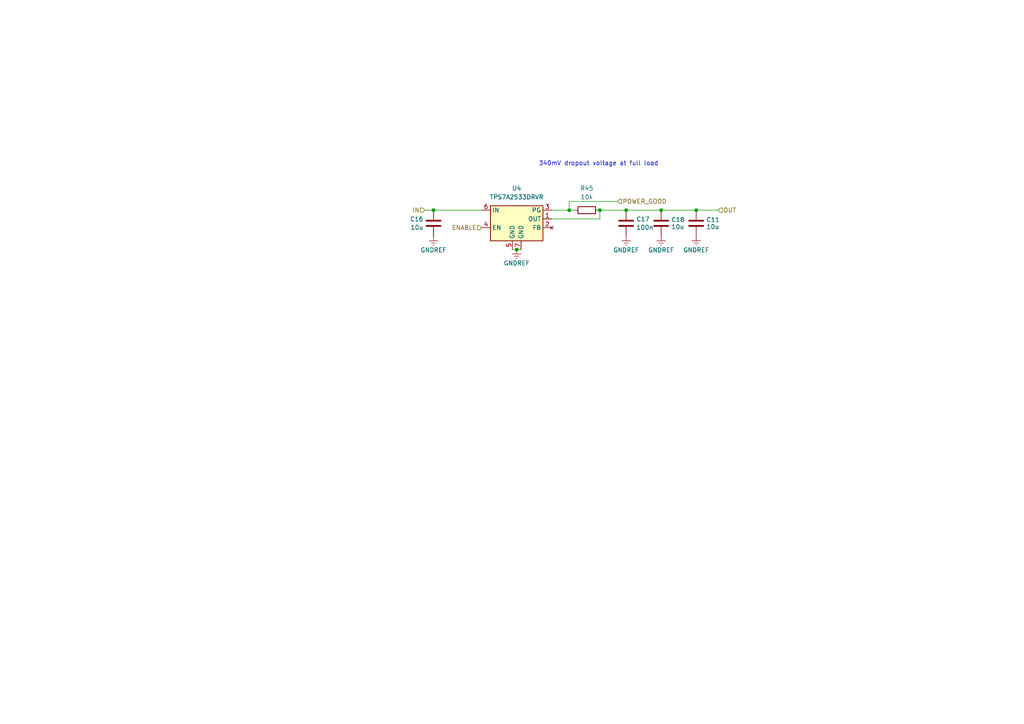
<source format=kicad_sch>
(kicad_sch (version 20250114) (generator "eeschema") (generator_version "9.0")
  (paper "A4")
  (title_block (title "DiveCAN Head") (date "2024-01-08") (rev "2.2 (DRAFT)") (company "Aren Leishman"))
  (lib_symbols
    (symbol "Library:C" (pin_numbers (hide yes)) (pin_names (offset 0.254))
      (property "Reference" "C" (at 0.635 2.54 0))
      (property "Value" "C" (at 0.635 -2.54 0))
      (symbol "C_0_1"
        (polyline (pts (xy -2.032 0.762) (xy 2.032 0.762)) (stroke (width 0.508)))
        (polyline (pts (xy -2.032 -0.762) (xy 2.032 -0.762)) (stroke (width 0.508)))
      )
      (symbol "C_1_1"
        (pin passive line (at 0 3.81 270) (length 2.794) (name "~") (number "1"))
        (pin passive line (at 0 -3.81 90) (length 2.794) (name "~") (number "2"))
      )
    )
    (symbol "Library:R" (pin_numbers (hide yes)) (pin_names (offset 0))
      (property "Reference" "R" (at 2.032 0 90))
      (property "Value" "R" (at 0 0 90))
      (symbol "R_0_1"
        (rectangle (start -1.016 -2.54) (end 1.016 2.54) (stroke (width 0.254)))
      )
      (symbol "R_1_1"
        (pin passive line (at 0 3.81 270) (length 1.27) (name "~") (number "1"))
        (pin passive line (at 0 -3.81 90) (length 1.27) (name "~") (number "2"))
      )
    )
    (symbol "Project:TPS7A2533DRVR"
      (property "Reference" "U" (at -6.35 6.35 0))
      (property "Value" "TPS7A2533DRVR" (at 1.27 6.35 0))
      (symbol "TPS7A2533DRVR_0_1"
        (rectangle (start -7.62 5.08) (end 7.62 -5.08) (stroke (width 0.254)) (fill (type background)))
      )
      (symbol "TPS7A2533DRVR_1_0"
        (pin power_in line (at -10.16 3.81 0) (length 2.54) (name "IN") (number "6"))
        (pin power_in line (at 1.27 -7.62 90) (length 2.54) (name "GND") (number "7"))
      )
      (symbol "TPS7A2533DRVR_1_1"
        (pin input line (at -10.16 -1.27 0) (length 2.54) (name "EN") (number "4"))
        (pin power_in line (at -1.27 -7.62 90) (length 2.54) (name "GND") (number "5"))
        (pin open_collector line (at 10.16 3.81 180) (length 2.54) (name "PG") (number "3"))
        (pin power_out line (at 10.16 1.27 180) (length 2.54) (name "OUT") (number "1"))
        (pin no_connect line (at 10.16 -1.27 180) (length 2.54) (name "FB") (number "2"))
      )
    )
    (symbol "power:GNDREF" (power) (pin_names (offset 0))
      (property "Value" "GNDREF" (at 0 -3.81 0))
      (symbol "GNDREF_0_1"
        (polyline (pts (xy -0.635 -1.905) (xy 0.635 -1.905)))
        (polyline (pts (xy -0.127 -2.54) (xy 0.127 -2.54)))
        (polyline (pts (xy 0 -1.27) (xy 0 0)))
        (polyline (pts (xy 1.27 -1.27) (xy -1.27 -1.27)))
      )
      (symbol "GNDREF_1_1"
        (pin power_in line (at 0 0 270) (length 0) (hide yes) (name "GNDREF") (number "1"))
      )
    )
  )
  (text "340mV dropout voltage at full load" (at 156.21 48.26 0) (effects (font (size 1.27 1.27)) (justify left bottom)))
  (junction (at 125.73 60.96))
  (junction (at 191.77 60.96))
  (junction (at 181.61 60.96))
  (junction (at 173.99 60.96))
  (junction (at 165.1 60.96))
  (junction (at 201.93 60.96))
  (junction (at 149.86 72.39))
  (wire (pts (xy 173.99 60.96) (xy 181.61 60.96)))
  (wire (pts (xy 148.59 72.39) (xy 149.86 72.39)))
  (wire (pts (xy 179.07 58.42) (xy 165.1 58.42)))
  (wire (pts (xy 201.93 60.96) (xy 208.28 60.96)))
  (wire (pts (xy 165.1 58.42) (xy 165.1 60.96)))
  (wire (pts (xy 191.77 60.96) (xy 201.93 60.96)))
  (wire (pts (xy 165.1 60.96) (xy 166.37 60.96)))
  (wire (pts (xy 160.02 60.96) (xy 165.1 60.96)))
  (wire (pts (xy 181.61 60.96) (xy 191.77 60.96)))
  (wire (pts (xy 123.19 60.96) (xy 125.73 60.96)))
  (wire (pts (xy 160.02 63.5) (xy 173.99 63.5)))
  (wire (pts (xy 173.99 63.5) (xy 173.99 60.96)))
  (wire (pts (xy 125.73 60.96) (xy 139.7 60.96)))
  (wire (pts (xy 149.86 72.39) (xy 151.13 72.39)))
  (hierarchical_label "ENABLE" (shape input) (at 139.7 66.04 180))
  (hierarchical_label "IN" (shape input) (at 123.19 60.96 180))
  (hierarchical_label "POWER_GOOD" (shape input) (at 179.07 58.42 0))
  (hierarchical_label "OUT" (shape input) (at 208.28 60.96 0))
  (symbol (lib_id "Library:C") (at 125.73 64.77 0) (unit 1)
    (property "Reference" "C16" (at 122.809 63.5579 0) (effects (justify right)))
    (property "Value" "10u" (at 122.809 65.9821 0) (effects (justify right)))
    (property "Footprint" "Capacitor_SMD:C_0603_1608Metric" (effects (hide yes)))
    (property "MPN" "C96446" (effects (hide yes)))
  )
  (symbol (lib_id "power:GNDREF") (at 149.86 72.39 0) (unit 1)
    (property "Reference" "#PWR049" (effects (hide yes)))
    (property "Value" "GNDREF" (at 149.86 76.335 0))
  )
  (symbol (lib_id "Library:R") (at 170.18 60.96 270) (mirror x) (unit 1)
    (property "Reference" "R45" (at 170.18 54.61 90))
    (property "Value" "10k" (at 170.18 57.15 90))
    (property "Footprint" "Resistor_SMD:R_0402_1005Metric" (effects (hide yes)))
    (property "MPN" "C25744" (effects (hide yes)))
  )
  (symbol (lib_id "Project:TPS7A2533DRVR") (at 149.86 64.77 0) (unit 1)
    (property "Reference" "U4" (at 149.86 54.61 0))
    (property "Value" "TPS7A2533DRVR" (at 149.86 57.15 0))
    (property "Footprint" "Package_SON:WSON-6-1EP_2x2mm_P0.65mm_EP1x1.6mm_ThermalVias" (effects (hide yes)))
    (property "Datasheet" "https://www.ti.com/lit/ds/symlink/tps7a25.pdf" (effects (hide yes)))
    (property "MPN" "C2867820" (effects (hide yes)))
    (property "JlcRotOffset" "0" (effects (hide yes)))
  )
  (symbol (lib_id "power:GNDREF") (at 181.61 68.58 0) (unit 1)
    (property "Reference" "#PWR050" (effects (hide yes)))
    (property "Value" "GNDREF" (at 181.61 72.525 0))
  )
  (symbol (lib_id "power:GNDREF") (at 125.73 68.58 0) (unit 1)
    (property "Reference" "#PWR048" (effects (hide yes)))
    (property "Value" "GNDREF" (at 125.73 72.525 0))
  )
  (symbol (lib_id "Library:C") (at 181.61 64.77 0) (unit 1)
    (property "Reference" "C17" (at 184.531 63.5579 0) (effects (justify left)))
    (property "Value" "100n" (at 184.531 65.9821 0) (effects (justify left)))
    (property "Footprint" "Capacitor_SMD:C_0603_1608Metric" (effects (hide yes)))
    (property "MPN" "C14663" (effects (hide yes)))
  )
  (symbol (lib_id "power:GNDREF") (at 191.77 68.58 0) (unit 1)
    (property "Reference" "#PWR051" (effects (hide yes)))
    (property "Value" "GNDREF" (at 191.77 72.525 0))
  )
  (symbol (lib_id "Library:C") (at 191.77 64.77 0) (unit 1)
    (property "Reference" "C18" (at 194.691 63.746 0) (effects (justify left)))
    (property "Value" "10u" (at 194.691 65.794 0) (effects (justify left)))
    (property "Footprint" "Capacitor_SMD:C_0603_1608Metric" (effects (hide yes)))
    (property "MPN" "C96446" (effects (hide yes)))
  )
  (symbol (lib_id "Library:C") (at 201.93 64.77 0) (unit 1)
    (property "Reference" "C11" (at 204.851 63.746 0) (effects (justify left)))
    (property "Value" "10u" (at 204.851 65.794 0) (effects (justify left)))
    (property "Footprint" "Capacitor_SMD:C_0603_1608Metric" (effects (hide yes)))
    (property "MPN" "C96446" (effects (hide yes)))
  )
  (symbol (lib_id "power:GNDREF") (at 201.93 68.58 0) (unit 1)
    (property "Reference" "#PWR030" (effects (hide yes)))
    (property "Value" "GNDREF" (at 201.93 72.525 0))
  )
)
</source>
